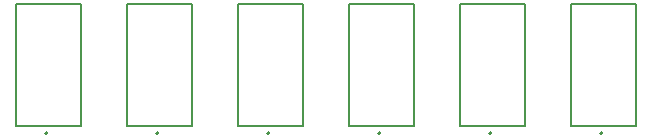
<source format=gbr>
G04*
G04 #@! TF.GenerationSoftware,Altium Limited,Altium Designer,24.8.2 (39)*
G04*
G04 Layer_Color=16711935*
%FSLAX25Y25*%
%MOIN*%
G70*
G04*
G04 #@! TF.SameCoordinates,CBBCE14F-D53E-4E5E-9298-E108D83DD630*
G04*
G04*
G04 #@! TF.FilePolarity,Positive*
G04*
G01*
G75*
%ADD10C,0.00787*%
%ADD11C,0.00500*%
D10*
X115394Y190354D02*
G03*
X115394Y190354I-394J0D01*
G01*
X300394D02*
G03*
X300394Y190354I-394J0D01*
G01*
X263394D02*
G03*
X263394Y190354I-394J0D01*
G01*
X226394D02*
G03*
X226394Y190354I-394J0D01*
G01*
X189394D02*
G03*
X189394Y190354I-394J0D01*
G01*
X152394D02*
G03*
X152394Y190354I-394J0D01*
G01*
D11*
X104961Y192913D02*
X126614D01*
X104961D02*
Y233465D01*
X126614D01*
Y192913D02*
Y233465D01*
X311614Y192913D02*
Y233465D01*
X289961D02*
X311614D01*
X289961Y192913D02*
Y233465D01*
Y192913D02*
X311614D01*
X274614D02*
Y233465D01*
X252961D02*
X274614D01*
X252961Y192913D02*
Y233465D01*
Y192913D02*
X274614D01*
X237614D02*
Y233465D01*
X215961D02*
X237614D01*
X215961Y192913D02*
Y233465D01*
Y192913D02*
X237614D01*
X200614D02*
Y233465D01*
X178961D02*
X200614D01*
X178961Y192913D02*
Y233465D01*
Y192913D02*
X200614D01*
X163614D02*
Y233465D01*
X141961D02*
X163614D01*
X141961Y192913D02*
Y233465D01*
Y192913D02*
X163614D01*
M02*

</source>
